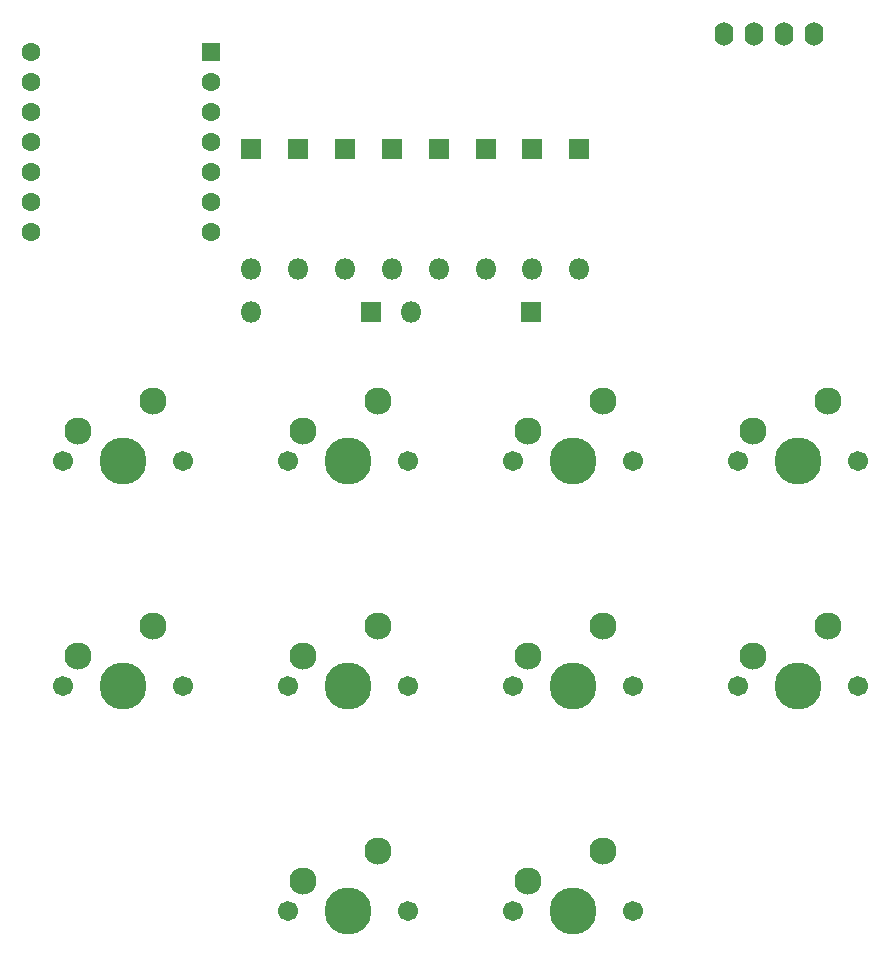
<source format=gbr>
%TF.GenerationSoftware,KiCad,Pcbnew,8.0.5-dirty*%
%TF.CreationDate,2024-10-03T21:51:06-04:00*%
%TF.ProjectId,cool-keyboard,636f6f6c-2d6b-4657-9962-6f6172642e6b,rev?*%
%TF.SameCoordinates,Original*%
%TF.FileFunction,Soldermask,Bot*%
%TF.FilePolarity,Negative*%
%FSLAX46Y46*%
G04 Gerber Fmt 4.6, Leading zero omitted, Abs format (unit mm)*
G04 Created by KiCad (PCBNEW 8.0.5-dirty) date 2024-10-03 21:51:06*
%MOMM*%
%LPD*%
G01*
G04 APERTURE LIST*
%ADD10C,1.701800*%
%ADD11C,3.987800*%
%ADD12C,2.300000*%
%ADD13O,1.600000X2.000000*%
%ADD14R,1.800000X1.800000*%
%ADD15O,1.800000X1.800000*%
%ADD16R,1.600000X1.600000*%
%ADD17C,1.600000*%
G04 APERTURE END LIST*
D10*
%TO.C,SW7*%
X150844300Y-108807200D03*
D11*
X155924300Y-108807200D03*
D10*
X161004300Y-108807200D03*
D12*
X152114300Y-106267200D03*
X158464300Y-103727200D03*
%TD*%
D10*
%TO.C,SW3*%
X150844300Y-89757200D03*
D11*
X155924300Y-89757200D03*
D10*
X161004300Y-89757200D03*
D12*
X152114300Y-87217200D03*
X158464300Y-84677200D03*
%TD*%
D13*
%TO.C,Brd1*%
X168673000Y-53662000D03*
X171213000Y-53662000D03*
X173753000Y-53662000D03*
X176293000Y-53662000D03*
%TD*%
D10*
%TO.C,SW6*%
X131794300Y-108807200D03*
D11*
X136874300Y-108807200D03*
D10*
X141954300Y-108807200D03*
D12*
X133064300Y-106267200D03*
X139414300Y-103727200D03*
%TD*%
D10*
%TO.C,SW4*%
X169894300Y-89757200D03*
D11*
X174974300Y-89757200D03*
D10*
X180054300Y-89757200D03*
D12*
X171164300Y-87217200D03*
X177514300Y-84677200D03*
%TD*%
D10*
%TO.C,SW5*%
X112744300Y-108807200D03*
D11*
X117824300Y-108807200D03*
D10*
X122904300Y-108807200D03*
D12*
X114014300Y-106267200D03*
X120364300Y-103727200D03*
%TD*%
D10*
%TO.C,SW10*%
X150844300Y-127857200D03*
D11*
X155924300Y-127857200D03*
D10*
X161004300Y-127857200D03*
D12*
X152114300Y-125317200D03*
X158464300Y-122777200D03*
%TD*%
D10*
%TO.C,SW9*%
X131794300Y-127857200D03*
D11*
X136874300Y-127857200D03*
D10*
X141954300Y-127857200D03*
D12*
X133064300Y-125317200D03*
X139414300Y-122777200D03*
%TD*%
D10*
%TO.C,SW1*%
X112744300Y-89757200D03*
D11*
X117824300Y-89757200D03*
D10*
X122904300Y-89757200D03*
D12*
X114014300Y-87217200D03*
X120364300Y-84677200D03*
%TD*%
D10*
%TO.C,SW2*%
X131794300Y-89757200D03*
D11*
X136874300Y-89757200D03*
D10*
X141954300Y-89757200D03*
D12*
X133064300Y-87217200D03*
X139414300Y-84677200D03*
%TD*%
D10*
%TO.C,SW8*%
X169894300Y-108807200D03*
D11*
X174974300Y-108807200D03*
D10*
X180054300Y-108807200D03*
D12*
X171164300Y-106267200D03*
X177514300Y-103727200D03*
%TD*%
D14*
%TO.C,D9*%
X152304700Y-77184200D03*
D15*
X142144700Y-77184200D03*
%TD*%
D14*
%TO.C,D6*%
X136588500Y-63373000D03*
D15*
X136588500Y-73533000D03*
%TD*%
D14*
%TO.C,D10*%
X138811000Y-77184200D03*
D15*
X128651000Y-77184200D03*
%TD*%
D14*
%TO.C,D3*%
X148494700Y-63373000D03*
D15*
X148494700Y-73533000D03*
%TD*%
D14*
%TO.C,D4*%
X144526000Y-63373000D03*
D15*
X144526000Y-73533000D03*
%TD*%
D14*
%TO.C,D1*%
X156432200Y-63373000D03*
D15*
X156432200Y-73533000D03*
%TD*%
D14*
%TO.C,D2*%
X152463500Y-63373000D03*
D15*
X152463500Y-73533000D03*
%TD*%
D14*
%TO.C,D7*%
X132619700Y-63373000D03*
D15*
X132619700Y-73533000D03*
%TD*%
D16*
%TO.C,U2*%
X125222000Y-55183000D03*
D17*
X125222000Y-57723000D03*
X125222000Y-60263000D03*
X125222000Y-62803000D03*
X125222000Y-65343000D03*
X125222000Y-67883000D03*
X125222000Y-70423000D03*
X109982000Y-70423000D03*
X109982000Y-67883000D03*
X109982000Y-65343000D03*
X109982000Y-62803000D03*
X109982000Y-60263000D03*
X109982000Y-57723000D03*
X109982000Y-55183000D03*
%TD*%
D14*
%TO.C,D5*%
X140557200Y-63373000D03*
D15*
X140557200Y-73533000D03*
%TD*%
D14*
%TO.C,D8*%
X128651000Y-63373000D03*
D15*
X128651000Y-73533000D03*
%TD*%
M02*

</source>
